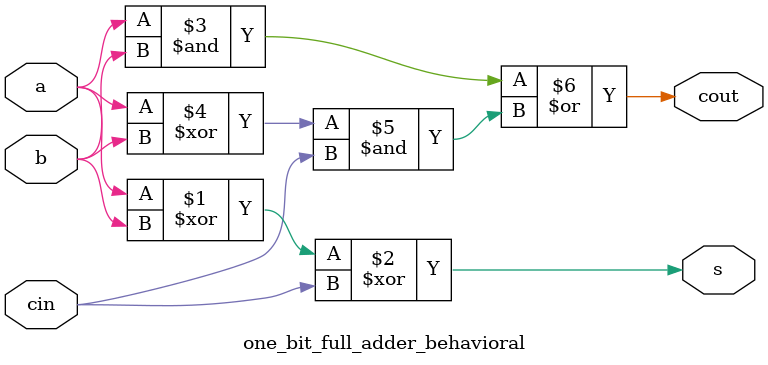
<source format=sv>
`timescale 1ns / 1ps


//Behavioral System Verilog module for a 1-bit Full Adder
module one_bit_full_adder_behavioral (input logic a, b, cin, output logic s, cout);
    assign s = a ^ b ^ cin;
    assign cout = a & b | (a ^ b) & cin;
endmodule
</source>
